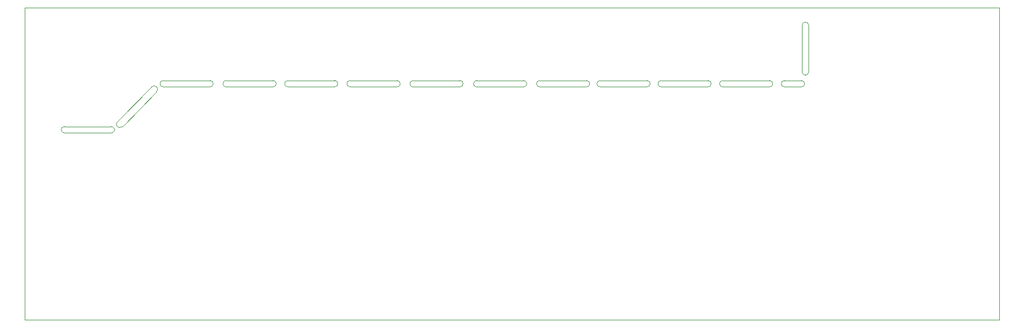
<source format=gbr>
%TF.GenerationSoftware,KiCad,Pcbnew,(6.0.7)*%
%TF.CreationDate,2023-04-19T22:26:27+02:00*%
%TF.ProjectId,mainboard,6d61696e-626f-4617-9264-2e6b69636164,rev?*%
%TF.SameCoordinates,Original*%
%TF.FileFunction,Profile,NP*%
%FSLAX46Y46*%
G04 Gerber Fmt 4.6, Leading zero omitted, Abs format (unit mm)*
G04 Created by KiCad (PCBNEW (6.0.7)) date 2023-04-19 22:26:27*
%MOMM*%
%LPD*%
G01*
G04 APERTURE LIST*
%TA.AperFunction,Profile*%
%ADD10C,0.100000*%
%TD*%
G04 APERTURE END LIST*
D10*
X165600000Y-79800000D02*
G75*
G03*
X165600000Y-80800000I0J-500000D01*
G01*
X76962000Y-68580000D02*
X227076000Y-68580000D01*
X227076000Y-68580000D02*
X227076000Y-116754000D01*
X227076000Y-116754000D02*
X76962000Y-116754000D01*
X76962000Y-116754000D02*
X76962000Y-68580000D01*
X191700000Y-80800000D02*
G75*
G03*
X191700000Y-79800000I0J500000D01*
G01*
X98300000Y-79800000D02*
G75*
G03*
X98300000Y-80800000I0J-500000D01*
G01*
X98300000Y-79800000D02*
X105500000Y-79800000D01*
X165600000Y-79800000D02*
X172800000Y-79800000D01*
X91300000Y-86100000D02*
X96497407Y-80796018D01*
X197720000Y-71290000D02*
G75*
G03*
X196720000Y-71290000I-500000J0D01*
G01*
X83100000Y-87900000D02*
X90300000Y-87900000D01*
X156300000Y-79800000D02*
X163500000Y-79800000D01*
X136800000Y-79800000D02*
G75*
G03*
X136800000Y-80800000I0J-500000D01*
G01*
X196600000Y-80800000D02*
G75*
G03*
X196600000Y-79800000I0J500000D01*
G01*
X194000000Y-80800000D02*
X196600000Y-80800000D01*
X184500000Y-80800000D02*
X191700000Y-80800000D01*
X124700000Y-80800000D02*
G75*
G03*
X124700000Y-79800000I0J500000D01*
G01*
X92000000Y-86900000D02*
X97197407Y-81596018D01*
X108000000Y-80800000D02*
X115200000Y-80800000D01*
X83100000Y-86900000D02*
G75*
G03*
X83100000Y-87900000I0J-500000D01*
G01*
X108000000Y-79800000D02*
G75*
G03*
X108000000Y-80800000I0J-500000D01*
G01*
X156300000Y-80800000D02*
X163500000Y-80800000D01*
X136800000Y-80800000D02*
X144000000Y-80800000D01*
X175000000Y-79800000D02*
X182200000Y-79800000D01*
X194000000Y-79800000D02*
G75*
G03*
X194000000Y-80800000I0J-500000D01*
G01*
X175000000Y-80800000D02*
X182200000Y-80800000D01*
X91299989Y-86099984D02*
G75*
G03*
X92000000Y-86900000I300511J-443316D01*
G01*
X175000000Y-79800000D02*
G75*
G03*
X175000000Y-80800000I0J-500000D01*
G01*
X117500000Y-79800000D02*
G75*
G03*
X117500000Y-80800000I0J-500000D01*
G01*
X97197397Y-81596004D02*
G75*
G03*
X96497407Y-80796018I-300497J443304D01*
G01*
X146600000Y-79800000D02*
G75*
G03*
X146600000Y-80800000I0J-500000D01*
G01*
X127100000Y-79800000D02*
G75*
G03*
X127100000Y-80800000I0J-500000D01*
G01*
X146600000Y-79800000D02*
X153800000Y-79800000D01*
X115200000Y-80800000D02*
G75*
G03*
X115200000Y-79800000I0J500000D01*
G01*
X184500000Y-79800000D02*
X191700000Y-79800000D01*
X165600000Y-80800000D02*
X172800000Y-80800000D01*
X197720000Y-78490000D02*
X197720000Y-71290000D01*
X98300000Y-80800000D02*
X105500000Y-80800000D01*
X196720000Y-78490000D02*
X196720000Y-71290000D01*
X146600000Y-80800000D02*
X153800000Y-80800000D01*
X117500000Y-80800000D02*
X124700000Y-80800000D01*
X108000000Y-79800000D02*
X115200000Y-79800000D01*
X194000000Y-79800000D02*
X196600000Y-79800000D01*
X117500000Y-79800000D02*
X124700000Y-79800000D01*
X182200000Y-80800000D02*
G75*
G03*
X182200000Y-79800000I0J500000D01*
G01*
X83100000Y-86900000D02*
X90300000Y-86900000D01*
X90300000Y-87900000D02*
G75*
G03*
X90300000Y-86900000I0J500000D01*
G01*
X172800000Y-80800000D02*
G75*
G03*
X172800000Y-79800000I0J500000D01*
G01*
X163500000Y-80800000D02*
G75*
G03*
X163500000Y-79800000I0J500000D01*
G01*
X156300000Y-79800000D02*
G75*
G03*
X156300000Y-80800000I0J-500000D01*
G01*
X196720000Y-78490000D02*
G75*
G03*
X197720000Y-78490000I500000J0D01*
G01*
X127100000Y-80800000D02*
X134300000Y-80800000D01*
X144000000Y-80800000D02*
G75*
G03*
X144000000Y-79800000I0J500000D01*
G01*
X136800000Y-79800000D02*
X144000000Y-79800000D01*
X134300000Y-80800000D02*
G75*
G03*
X134300000Y-79800000I0J500000D01*
G01*
X127100000Y-79800000D02*
X134300000Y-79800000D01*
X105500000Y-80800000D02*
G75*
G03*
X105500000Y-79800000I0J500000D01*
G01*
X153800000Y-80800000D02*
G75*
G03*
X153800000Y-79800000I0J500000D01*
G01*
X184500000Y-79800000D02*
G75*
G03*
X184500000Y-80800000I0J-500000D01*
G01*
M02*

</source>
